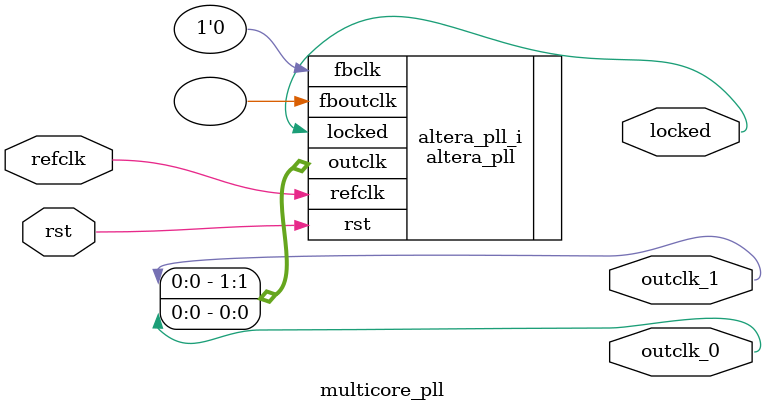
<source format=v>
`timescale 1ns/10ps
module  multicore_pll(

	// interface 'refclk'
	input wire refclk,

	// interface 'reset'
	input wire rst,

	// interface 'outclk0'
	output wire outclk_0,

	// interface 'outclk1'
	output wire outclk_1,

	// interface 'locked'
	output wire locked
);

	altera_pll #(
		.fractional_vco_multiplier("false"),
		.reference_clock_frequency("50.0 MHz"),
		.operation_mode("normal"),
		.number_of_clocks(2),
		.output_clock_frequency0("143.000000 MHz"),
		.phase_shift0("0 ps"),
		.duty_cycle0(50),
		.output_clock_frequency1("143.000000 MHz"),
		.phase_shift1("-3758 ps"),
		.duty_cycle1(50),
		.output_clock_frequency2("0 MHz"),
		.phase_shift2("0 ps"),
		.duty_cycle2(50),
		.output_clock_frequency3("0 MHz"),
		.phase_shift3("0 ps"),
		.duty_cycle3(50),
		.output_clock_frequency4("0 MHz"),
		.phase_shift4("0 ps"),
		.duty_cycle4(50),
		.output_clock_frequency5("0 MHz"),
		.phase_shift5("0 ps"),
		.duty_cycle5(50),
		.output_clock_frequency6("0 MHz"),
		.phase_shift6("0 ps"),
		.duty_cycle6(50),
		.output_clock_frequency7("0 MHz"),
		.phase_shift7("0 ps"),
		.duty_cycle7(50),
		.output_clock_frequency8("0 MHz"),
		.phase_shift8("0 ps"),
		.duty_cycle8(50),
		.output_clock_frequency9("0 MHz"),
		.phase_shift9("0 ps"),
		.duty_cycle9(50),
		.output_clock_frequency10("0 MHz"),
		.phase_shift10("0 ps"),
		.duty_cycle10(50),
		.output_clock_frequency11("0 MHz"),
		.phase_shift11("0 ps"),
		.duty_cycle11(50),
		.output_clock_frequency12("0 MHz"),
		.phase_shift12("0 ps"),
		.duty_cycle12(50),
		.output_clock_frequency13("0 MHz"),
		.phase_shift13("0 ps"),
		.duty_cycle13(50),
		.output_clock_frequency14("0 MHz"),
		.phase_shift14("0 ps"),
		.duty_cycle14(50),
		.output_clock_frequency15("0 MHz"),
		.phase_shift15("0 ps"),
		.duty_cycle15(50),
		.output_clock_frequency16("0 MHz"),
		.phase_shift16("0 ps"),
		.duty_cycle16(50),
		.output_clock_frequency17("0 MHz"),
		.phase_shift17("0 ps"),
		.duty_cycle17(50),
		.pll_type("General"),
		.pll_subtype("General")
	) altera_pll_i (
		.rst	(rst),
		.outclk	({outclk_1, outclk_0}),
		.locked	(locked),
		.fboutclk	( ),
		.fbclk	(1'b0),
		.refclk	(refclk)
	);
endmodule


</source>
